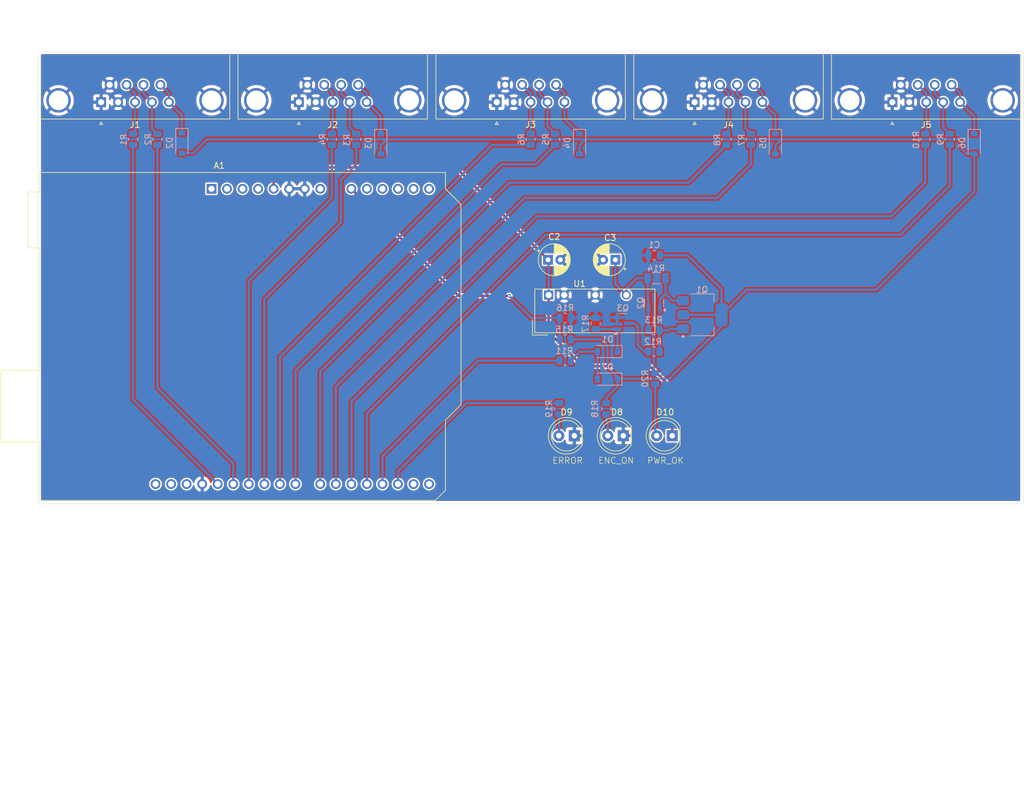
<source format=kicad_pcb>
(kicad_pcb (version 20240108) (generator "pcbnew") (generator_version "8.0")
  (layers (0 "F.Cu" signal) (31 "B.Cu" signal) (34 "B.Paste" user) (35 "F.Paste" user) (36 "B.SilkS" user "B.Silkscreen") (37 "F.SilkS" user "F.Silkscreen") (38 "B.Mask" user) (39 "F.Mask" user) (44 "Edge.Cuts" user))
  (net 0 "")
  (net 3 "/B2")
  (net 4 "GND")
  (net 5 "+5V")
  (net 6 "/B3")
  (net 10 "/B0")
  (net 13 "/A3")
  (net 17 "/A2")
  (net 18 "Net-(A1-D3)")
  (net 19 "/A4")
  (net 20 "/Error_LED")
  (net 21 "/A0")
  (net 25 "/B1")
  (net 26 "/A1")
  (net 28 "/B4")
  (net 29 "Net-(A1-A0)")
  (net 31 "/PWR")
  (net 32 "+9V")
  (net 33 "Net-(D1-K)")
  (net 34 "Net-(D1-A)")
  (net 35 "Net-(D2-K)")
  (net 36 "Net-(D3-K)")
  (net 37 "Net-(D4-K)")
  (net 38 "Net-(D5-K)")
  (net 39 "Net-(D6-K)")
  (net 40 "Net-(D8-A)")
  (net 41 "Net-(D9-A)")
  (net 42 "Net-(D10-A)")
  (net 43 "Net-(J1-Pad3)")
  (net 44 "Net-(J1-Pad4)")
  (net 45 "Net-(J2-Pad3)")
  (net 46 "Net-(J2-Pad4)")
  (net 47 "Net-(J3-Pad3)")
  (net 48 "Net-(J3-Pad4)")
  (net 49 "Net-(J4-Pad4)")
  (net 50 "Net-(J4-Pad3)")
  (net 51 "Net-(J5-Pad3)")
  (net 52 "Net-(J5-Pad4)")
  (net 53 "Net-(Q1-B)")
  (net 54 "Net-(Q1-E)")
  (net 55 "Net-(Q3-C)")
  (footprint "Connector_Dsub:DSUB-9_Female_Horizontal_P2.77x2.84mm_EdgePinOffset4.94mm_Housed_MountingHolesOffset7.48mm" (layer "F.Cu") (at 102.46 34.34 180)
    (property "Reference" "J3" (at -5.54 -3.66 0) (layer "F.SilkS"))
    (property "Value" "DE9_Receptacle_MountingHoles")
    (pad "0" thru_hole circle (at -18.04 0.3 180) (size 4 4) (drill 3.2) (layers "*.Cu" "*.Mask") (net 4 "GND"))
    (pad "0" thru_hole circle (at 6.96 0.3 180) (size 4 4) (drill 3.2) (layers "*.Cu" "*.Mask") (net 4 "GND"))
    (pad "1" thru_hole rect (at 0 0 180) (size 1.6 1.6) (drill 1) (layers "*.Cu" "*.Mask") (net 4 "GND"))
    (pad "2" thru_hole circle (at -2.77 0 180) (size 1.6 1.6) (drill 1) (layers "*.Cu" "*.Mask") (net 4 "GND"))
    (pad "3" thru_hole circle (at -5.54 0 180) (size 1.6 1.6) (drill 1) (layers "*.Cu" "*.Mask") (net 47 "Net-(J3-Pad3)"))
    (pad "4" thru_hole circle (at -8.31 0 180) (size 1.6 1.6) (drill 1) (layers "*.Cu" "*.Mask") (net 48 "Net-(J3-Pad4)"))
    (pad "5" thru_hole circle (at -11.08 0 180) (size 1.6 1.6) (drill 1) (layers "*.Cu" "*.Mask") (net 37 "Net-(D4-K)"))
    (pad "6" thru_hole circle (at -1.385 2.84 180) (size 1.6 1.6) (drill 1) (layers "*.Cu" "*.Mask") (net 4 "GND"))
    (pad "7" thru_hole circle (at -4.155 2.84 180) (size 1.6 1.6) (drill 1) (layers "*.Cu" "*.Mask") (net 47 "Net-(J3-Pad3)"))
    (pad "8" thru_hole circle (at -6.925 2.84 180) (size 1.6 1.6) (drill 1) (layers "*.Cu" "*.Mask") (net 48 "Net-(J3-Pad4)"))
    (pad "9" thru_hole circle (at -9.695 2.84 180) (size 1.6 1.6) (drill 1) (layers "*.Cu" "*.Mask") (net 37 "Net-(D4-K)"))
  )
  (footprint "Module:Arduino_UNO_R3" (layer "F.Cu") (at 55.84 48.5)
    (property "Reference" "A1" (at 1.27 -3.81 0) (layer "F.SilkS"))
    (property "Value" "Arduino_UNO_R3")
    (pad "1" thru_hole rect (at 0 0 90) (size 1.6 1.6) (drill 1) (layers "*.Cu" "*.Mask"))
    (pad "2" thru_hole oval (at 2.54 0 90) (size 1.6 1.6) (drill 1) (layers "*.Cu" "*.Mask"))
    (pad "3" thru_hole oval (at 5.08 0 90) (size 1.6 1.6) (drill 1) (layers "*.Cu" "*.Mask"))
    (pad "4" thru_hole oval (at 7.62 0 90) (size 1.6 1.6) (drill 1) (layers "*.Cu" "*.Mask"))
    (pad "5" thru_hole oval (at 10.16 0 90) (size 1.6 1.6) (drill 1) (layers "*.Cu" "*.Mask") (net 5 "+5V"))
    (pad "6" thru_hole oval (at 12.7 0 90) (size 1.6 1.6) (drill 1) (layers "*.Cu" "*.Mask") (net 4 "GND"))
    (pad "7" thru_hole oval (at 15.24 0 90) (size 1.6 1.6) (drill 1) (layers "*.Cu" "*.Mask") (net 4 "GND"))
    (pad "8" thru_hole oval (at 17.78 0 90) (size 1.6 1.6) (drill 1) (layers "*.Cu" "*.Mask"))
    (pad "9" thru_hole oval (at 22.86 0 90) (size 1.6 1.6) (drill 1) (layers "*.Cu" "*.Mask") (net 29 "Net-(A1-A0)"))
    (pad "10" thru_hole oval (at 25.4 0 90) (size 1.6 1.6) (drill 1) (layers "*.Cu" "*.Mask"))
    (pad "11" thru_hole oval (at 27.94 0 90) (size 1.6 1.6) (drill 1) (layers "*.Cu" "*.Mask"))
    (pad "12" thru_hole oval (at 30.48 0 90) (size 1.6 1.6) (drill 1) (layers "*.Cu" "*.Mask"))
    (pad "13" thru_hole oval (at 33.02 0 90) (size 1.6 1.6) (drill 1) (layers "*.Cu" "*.Mask"))
    (pad "14" thru_hole oval (at 35.56 0 90) (size 1.6 1.6) (drill 1) (layers "*.Cu" "*.Mask"))
    (pad "15" thru_hole oval (at 35.56 48.26 90) (size 1.6 1.6) (drill 1) (layers "*.Cu" "*.Mask"))
    (pad "16" thru_hole oval (at 33.02 48.26 90) (size 1.6 1.6) (drill 1) (layers "*.Cu" "*.Mask"))
    (pad "17" thru_hole oval (at 30.48 48.26 90) (size 1.6 1.6) (drill 1) (layers "*.Cu" "*.Mask") (net 20 "/Error_LED"))
    (pad "18" thru_hole oval (at 27.94 48.26 90) (size 1.6 1.6) (drill 1) (layers "*.Cu" "*.Mask") (net 18 "Net-(A1-D3)"))
    (pad "19" thru_hole oval (at 25.4 48.26 90) (size 1.6 1.6) (drill 1) (layers "*.Cu" "*.Mask") (net 19 "/A4"))
    (pad "20" thru_hole oval (at 22.86 48.26 90) (size 1.6 1.6) (drill 1) (layers "*.Cu" "*.Mask") (net 28 "/B4"))
    (pad "21" thru_hole oval (at 20.32 48.26 90) (size 1.6 1.6) (drill 1) (layers "*.Cu" "*.Mask") (net 13 "/A3"))
    (pad "22" thru_hole oval (at 17.78 48.26 90) (size 1.6 1.6) (drill 1) (layers "*.Cu" "*.Mask") (net 6 "/B3"))
    (pad "23" thru_hole oval (at 13.72 48.26 90) (size 1.6 1.6) (drill 1) (layers "*.Cu" "*.Mask") (net 17 "/A2"))
    (pad "24" thru_hole oval (at 11.18 48.26 90) (size 1.6 1.6) (drill 1) (layers "*.Cu" "*.Mask") (net 3 "/B2"))
    (pad "25" thru_hole oval (at 8.64 48.26 90) (size 1.6 1.6) (drill 1) (layers "*.Cu" "*.Mask") (net 26 "/A1"))
    (pad "26" thru_hole oval (at 6.1 48.26 90) (size 1.6 1.6) (drill 1) (layers "*.Cu" "*.Mask") (net 25 "/B1"))
    (pad "27" thru_hole oval (at 3.56 48.26 90) (size 1.6 1.6) (drill 1) (layers "*.Cu" "*.Mask") (net 21 "/A0"))
    (pad "28" thru_hole oval (at 1.02 48.26 90) (size 1.6 1.6) (drill 1) (layers "*.Cu" "*.Mask") (net 10 "/B0"))
    (pad "29" thru_hole oval (at -1.52 48.26 90) (size 1.6 1.6) (drill 1) (layers "*.Cu" "*.Mask") (net 4 "GND"))
    (pad "30" thru_hole oval (at -4.06 48.26 90) (size 1.6 1.6) (drill 1) (layers "*.Cu" "*.Mask"))
    (pad "31" thru_hole oval (at -6.6 48.26 90) (size 1.6 1.6) (drill 1) (layers "*.Cu" "*.Mask"))
    (pad "32" thru_hole oval (at -9.14 48.26 90) (size 1.6 1.6) (drill 1) (layers "*.Cu" "*.Mask"))
  )
  (footprint "Capacitor_THT:CP_Radial_D5.0mm_P2.00mm" (layer "F.Cu") (at 121.85625 60.09875 180)
    (property "Reference" "C3" (at 0.85625 3.59875 360) (layer "F.SilkS"))
    (property "Value" "22 uF")
    (pad "1" thru_hole rect (at 0 0 180) (size 1.6 1.6) (drill 0.8) (layers "*.Cu" "*.Mask") (net 32 "+9V"))
    (pad "2" thru_hole circle (at 2 0 180) (size 1.6 1.6) (drill 0.8) (layers "*.Cu" "*.Mask") (net 4 "GND"))
  )
  (footprint "Connector_Dsub:DSUB-9_Female_Horizontal_P2.77x2.84mm_EdgePinOffset4.94mm_Housed_MountingHolesOffset7.48mm" (layer "F.Cu") (at 37.805 34.34 180)
    (property "Reference" "J1" (at -5.54 -3.7 0) (layer "F.SilkS"))
    (property "Value" "DE9_Receptacle_MountingHoles")
    (pad "0" thru_hole circle (at -18.04 0.3 180) (size 4 4) (drill 3.2) (layers "*.Cu" "*.Mask") (net 4 "GND"))
    (pad "0" thru_hole circle (at 6.96 0.3 180) (size 4 4) (drill 3.2) (layers "*.Cu" "*.Mask") (net 4 "GND"))
    (pad "1" thru_hole rect (at 0 0 180) (size 1.6 1.6) (drill 1) (layers "*.Cu" "*.Mask") (net 4 "GND"))
    (pad "2" thru_hole circle (at -2.77 0 180) (size 1.6 1.6) (drill 1) (layers "*.Cu" "*.Mask") (net 4 "GND"))
    (pad "3" thru_hole circle (at -5.54 0 180) (size 1.6 1.6) (drill 1) (layers "*.Cu" "*.Mask") (net 43 "Net-(J1-Pad3)"))
    (pad "4" thru_hole circle (at -8.31 0 180) (size 1.6 1.6) (drill 1) (layers "*.Cu" "*.Mask") (net 44 "Net-(J1-Pad4)"))
    (pad "5" thru_hole circle (at -11.08 0 180) (size 1.6 1.6) (drill 1) (layers "*.Cu" "*.Mask") (net 35 "Net-(D2-K)"))
    (pad "6" thru_hole circle (at -1.385 2.84 180) (size 1.6 1.6) (drill 1) (layers "*.Cu" "*.Mask") (net 4 "GND"))
    (pad "7" thru_hole circle (at -4.155 2.84 180) (size 1.6 1.6) (drill 1) (layers "*.Cu" "*.Mask") (net 43 "Net-(J1-Pad3)"))
    (pad "8" thru_hole circle (at -6.925 2.84 180) (size 1.6 1.6) (drill 1) (layers "*.Cu" "*.Mask") (net 44 "Net-(J1-Pad4)"))
    (pad "9" thru_hole circle (at -9.695 2.84 180) (size 1.6 1.6) (drill 1) (layers "*.Cu" "*.Mask") (net 35 "Net-(D2-K)"))
  )
  (footprint "Capacitor_THT:CP_Radial_D5.0mm_P2.00mm" (layer "F.Cu") (at 110.85625 60.09875)
    (property "Reference" "C2" (at 1 -3.75 360) (layer "F.SilkS"))
    (property "Value" "22 uF")
    (pad "1" thru_hole rect (at 0 0) (size 1.6 1.6) (drill 0.8) (layers "*.Cu" "*.Mask") (net 5 "+5V"))
    (pad "2" thru_hole circle (at 2 0) (size 1.6 1.6) (drill 0.8) (layers "*.Cu" "*.Mask") (net 4 "GND"))
  )
  (footprint "LED_THT:LED_D5.0mm" (layer "F.Cu") (at 123.14375 88.85625 180)
    (property "Reference" "D8" (at 1.04 3.85625 0) (layer "F.SilkS"))
    (property "Value" "LED")
    (pad "1" thru_hole rect (at 0 0 180) (size 1.8 1.8) (drill 0.9) (layers "*.Cu" "*.Mask") (net 4 "GND"))
    (pad "2" thru_hole circle (at 2.54 0 180) (size 1.8 1.8) (drill 0.9) (layers "*.Cu" "*.Mask") (net 40 "Net-(D8-A)"))
  )
  (footprint "Connector_Dsub:DSUB-9_Female_Horizontal_P2.77x2.84mm_EdgePinOffset4.94mm_Housed_MountingHolesOffset7.48mm" (layer "F.Cu") (at 167.115 34.34 180)
    (property "Reference" "J5" (at -5.54 -3.7 0) (layer "F.SilkS"))
    (property "Value" "DE9_Receptacle_MountingHoles")
    (pad "0" thru_hole circle (at -18.04 0.3 180) (size 4 4) (drill 3.2) (layers "*.Cu" "*.Mask") (net 4 "GND"))
    (pad "0" thru_hole circle (at 6.96 0.3 180) (size 4 4) (drill 3.2) (layers "*.Cu" "*.Mask") (net 4 "GND"))
    (pad "1" thru_hole rect (at 0 0 180) (size 1.6 1.6) (drill 1) (layers "*.Cu" "*.Mask") (net 4 "GND"))
    (pad "2" thru_hole circle (at -2.77 0 180) (size 1.6 1.6) (drill 1) (layers "*.Cu" "*.Mask") (net 4 "GND"))
    (pad "3" thru_hole circle (at -5.54 0 180) (size 1.6 1.6) (drill 1) (layers "*.Cu" "*.Mask") (net 51 "Net-(J5-Pad3)"))
    (pad "4" thru_hole circle (at -8.31 0 180) (size 1.6 1.6) (drill 1) (layers "*.Cu" "*.Mask") (net 52 "Net-(J5-Pad4)"))
    (pad "5" thru_hole circle (at -11.08 0 180) (size 1.6 1.6) (drill 1) (layers "*.Cu" "*.Mask") (net 39 "Net-(D6-K)"))
    (pad "6" thru_hole circle (at -1.385 2.84 180) (size 1.6 1.6) (drill 1) (layers "*.Cu" "*.Mask") (net 4 "GND"))
    (pad "7" thru_hole circle (at -4.155 2.84 180) (size 1.6 1.6) (drill 1) (layers "*.Cu" "*.Mask") (net 51 "Net-(J5-Pad3)"))
    (pad "8" thru_hole circle (at -6.925 2.84 180) (size 1.6 1.6) (drill 1) (layers "*.Cu" "*.Mask") (net 52 "Net-(J5-Pad4)"))
    (pad "9" thru_hole circle (at -9.695 2.84 180) (size 1.6 1.6) (drill 1) (layers "*.Cu" "*.Mask") (net 39 "Net-(D6-K)"))
  )
  (footprint "LED_THT:LED_D5.0mm" (layer "F.Cu") (at 115.14375 88.85625 180)
    (property "Reference" "D9" (at 1.27 3.85625 0) (layer "F.SilkS"))
    (property "Value" "LED")
    (pad "1" thru_hole rect (at 0 0 180) (size 1.8 1.8) (drill 0.9) (layers "*.Cu" "*.Mask") (net 4 "GND"))
    (pad "2" thru_hole circle (at 2.54 0 180) (size 1.8 1.8) (drill 0.9) (layers "*.Cu" "*.Mask") (net 41 "Net-(D9-A)"))
  )
  (footprint "Converter_DCDC_2:Converter_DCDC_Aimtec_AM2DS-xxxxSJZ_Single_THT" (layer "F.Cu") (at 110.94375 65.85625 90)
    (property "Reference" "U1" (at 1.85625 5.05625 0) (layer "F.SilkS"))
    (property "Value" "AM2DS-0509SJZ")
    (pad "1" thru_hole rect (at 0 0 90) (size 1.5 1.5) (drill 1) (layers "*.Cu" "*.Mask") (net 5 "+5V"))
    (pad "2" thru_hole circle (at 0 2.54 90) (size 1.5 1.5) (drill 1) (layers "*.Cu" "*.Mask") (net 4 "GND"))
    (pad "4" thru_hole circle (at 0 7.62 90) (size 1.5 1.5) (drill 1) (layers "*.Cu" "*.Mask") (net 4 "GND"))
    (pad "6" thru_hole circle (at 0 12.7 90) (size 1.5 1.5) (drill 1) (layers "*.Cu" "*.Mask") (net 32 "+9V"))
  )
  (footprint "LED_THT:LED_D5.0mm" (layer "F.Cu") (at 131.14375 88.85625 180)
    (property "Reference" "D10" (at 1.14375 3.85625 0) (layer "F.SilkS"))
    (property "Value" "LED")
    (pad "1" thru_hole rect (at 0 0 180) (size 1.8 1.8) (drill 0.9) (layers "*.Cu" "*.Mask") (net 5 "+5V"))
    (pad "2" thru_hole circle (at 2.54 0 180) (size 1.8 1.8) (drill 0.9) (layers "*.Cu" "*.Mask") (net 42 "Net-(D10-A)"))
  )
  (footprint "Connector_Dsub:DSUB-9_Female_Horizontal_P2.77x2.84mm_EdgePinOffset4.94mm_Housed_MountingHolesOffset7.48mm" (layer "F.Cu") (at 70.115 34.34 180)
    (property "Reference" "J2" (at -5.54 -3.7 0) (layer "F.SilkS"))
    (property "Value" "DE9_Receptacle_MountingHoles")
    (pad "0" thru_hole circle (at -18.04 0.3 180) (size 4 4) (drill 3.2) (layers "*.Cu" "*.Mask") (net 4 "GND"))
    (pad "0" thru_hole circle (at 6.96 0.3 180) (size 4 4) (drill 3.2) (layers "*.Cu" "*.Mask") (net 4 "GND"))
    (pad "1" thru_hole rect (at 0 0 180) (size 1.6 1.6) (drill 1) (layers "*.Cu" "*.Mask") (net 4 "GND"))
    (pad "2" thru_hole circle (at -2.77 0 180) (size 1.6 1.6) (drill 1) (layers "*.Cu" "*.Mask") (net 4 "GND"))
    (pad "3" thru_hole circle (at -5.54 0 180) (size 1.6 1.6) (drill 1) (layers "*.Cu" "*.Mask") (net 45 "Net-(J2-Pad3)"))
    (pad "4" thru_hole circle (at -8.31 0 180) (size 1.6 1.6) (drill 1) (layers "*.Cu" "*.Mask") (net 46 "Net-(J2-Pad4)"))
    (pad "5" thru_hole circle (at -11.08 0 180) (size 1.6 1.6) (drill 1) (layers "*.Cu" "*.Mask") (net 36 "Net-(D3-K)"))
    (pad "6" thru_hole circle (at -1.385 2.84 180) (size 1.6 1.6) (drill 1) (layers "*.Cu" "*.Mask") (net 4 "GND"))
    (pad "7" thru_hole circle (at -4.155 2.84 180) (size 1.6 1.6) (drill 1) (layers "*.Cu" "*.Mask") (net 45 "Net-(J2-Pad3)"))
    (pad "8" thru_hole circle (at -6.925 2.84 180) (size 1.6 1.6) (drill 1) (layers "*.Cu" "*.Mask") (net 46 "Net-(J2-Pad4)"))
    (pad "9" thru_hole circle (at -9.695 2.84 180) (size 1.6 1.6) (drill 1) (layers "*.Cu" "*.Mask") (net 36 "Net-(D3-K)"))
  )
  (footprint "Connector_Dsub:DSUB-9_Female_Horizontal_P2.77x2.84mm_EdgePinOffset4.94mm_Housed_MountingHolesOffset7.48mm" (layer "F.Cu") (at 134.805 34.34 180)
    (property "Reference" "J4" (at -5.54 -3.7 0) (layer "F.SilkS"))
    (property "Value" "DE9_Receptacle_MountingHoles")
    (pad "0" thru_hole circle (at -18.04 0.3 180) (size 4 4) (drill 3.2) (layers "*.Cu" "*.Mask") (net 4 "GND"))
    (pad "0" thru_hole circle (at 6.96 0.3 180) (size 4 4) (drill 3.2) (layers "*.Cu" "*.Mask") (net 4 "GND"))
    (pad "1" thru_hole rect (at 0 0 180) (size 1.6 1.6) (drill 1) (layers "*.Cu" "*.Mask") (net 4 "GND"))
    (pad "2" thru_hole circle (at -2.77 0 180) (size 1.6 1.6) (drill 1) (layers "*.Cu" "*.Mask") (net 4 "GND"))
    (pad "3" thru_hole circle (at -5.54 0 180) (size 1.6 1.6) (drill 1) (layers "*.Cu" "*.Mask") (net 50 "Net-(J4-Pad3)"))
    (pad "4" thru_hole circle (at -8.31 0 180) (size 1.6 1.6) (drill 1) (layers "*.Cu" "*.Mask") (net 49 "Net-(J4-Pad4)"))
    (pad "5" thru_hole circle (at -11.08 0 180) (size 1.6 1.6) (drill 1) (layers "*.Cu" "*.Mask") (net 38 "Net-(D5-K)"))
    (pad "6" thru_hole circle (at -1.385 2.84 180) (size 1.6 1.6) (drill 1) (layers "*.Cu" "*.Mask") (net 4 "GND"))
    (pad "7" thru_hole circle (at -4.155 2.84 180) (size 1.6 1.6) (drill 1) (layers "*.Cu" "*.Mask") (net 50 "Net-(J4-Pad3)"))
    (pad "8" thru_hole circle (at -6.925 2.84 180) (size 1.6 1.6) (drill 1) (layers "*.Cu" "*.Mask") (net 49 "Net-(J4-Pad4)"))
    (pad "9" thru_hole circle (at -9.695 2.84 180) (size 1.6 1.6) (drill 1) (layers "*.Cu" "*.Mask") (net 38 "Net-(D5-K)"))
  )
  (footprint "Resistor_SMD:R_0805_2012Metric" (layer "B.Cu") (at 140 40.4125 90)
    (property "Reference" "R8" (at -0.0875 -1.5 90) (layer "B.SilkS") (effects (justify mirror)))
    (property "Value" "10k")
    (pad "1" smd roundrect (at -0.9125 0 90) (size 1.025 1.4) (layers "B.Cu" "B.Paste" "B.Mask") (roundrect_rratio 0.243902) (net 6 "/B3"))
    (pad "2" smd roundrect (at 0.9125 0 90) (size 1.025 1.4) (layers "B.Cu" "B.Paste" "B.Mask") (roundrect_rratio 0.243902) (net 50 "Net-(J4-Pad3)"))
  )
  (footprint "Package_TO_SOT_SMD:SOT-223-3_TabPin2" (layer "B.Cu") (at 136.05625 69.09875)
    (property "Reference" "Q1" (at -0.05625 -4.09875 0) (layer "B.SilkS") (effects (justify mirror)))
    (property "Value" "BDP948")
    (pad "1" smd roundrect (at -3.15 2.3) (size 2 1.5) (layers "B.Cu" "B.Paste" "B.Mask") (net 53 "Net-(Q1-B)"))
    (pad "2" smd roundrect (at -3.15 0) (size 2 1.5) (layers "B.Cu" "B.Paste" "B.Mask") (net 31 "/PWR"))
    (pad "2" smd roundrect (at 3.15 0) (size 2 3.8) (layers "B.Cu" "B.Paste" "B.Mask") (net 31 "/PWR"))
    (pad "3" smd roundrect (at -3.15 -2.3) (size 2 1.5) (layers "B.Cu" "B.Paste" "B.Mask") (net 54 "Net-(Q1-E)"))
  )
  (footprint "Diode_SMD:D_SOD-123" (layer "B.Cu") (at 51 41 -90)
    (property "Reference" "D2" (at 0 2 90) (layer "B.SilkS") (effects (justify mirror)))
    (property "Value" "1N4148W")
    (pad "1" smd roundrect (at -1.65 0 270) (size 0.9 1.2) (layers "B.Cu" "B.Paste" "B.Mask") (net 35 "Net-(D2-K)"))
    (pad "2" smd roundrect (at 1.65 0 270) (size 0.9 1.2) (layers "B.Cu" "B.Paste" "B.Mask") (net 31 "/PWR"))
  )
  (footprint "Diode_SMD:D_SOD-123" (layer "B.Cu") (at 120.55625 79.59875 180)
    (property "Reference" "D7" (at 0 2 360) (layer "B.SilkS") (effects (justify mirror)))
    (property "Value" "1N4148W")
    (pad "1" smd roundrect (at -1.65 0 180) (size 0.9 1.2) (layers "B.Cu" "B.Paste" "B.Mask") (net 31 "/PWR"))
    (pad "2" smd roundrect (at 1.65 0 180) (size 0.9 1.2) (layers "B.Cu" "B.Paste" "B.Mask") (net 34 "Net-(D1-A)"))
  )
  (footprint "Resistor_SMD:R_0805_2012Metric" (layer "B.Cu") (at 118.63125 70.51125 -90)
    (property "Reference" "R17" (at 0 1.65 90) (layer "B.SilkS") (effects (justify mirror)))
    (property "Value" "10k")
    (pad "1" smd roundrect (at -0.9125 0 270) (size 1.025 1.4) (layers "B.Cu" "B.Paste" "B.Mask") (roundrect_rratio 0.243902) (net 4 "GND"))
    (pad "2" smd roundrect (at 0.9125 0 270) (size 1.025 1.4) (layers "B.Cu" "B.Paste" "B.Mask") (roundrect_rratio 0.243902) (net 33 "Net-(D1-K)"))
  )
  (footprint "Resistor_SMD:R_0805_2012Metric" (layer "B.Cu") (at 128.14375 71.59875 180)
    (property "Reference" "R13" (at 0 1.65 360) (layer "B.SilkS") (effects (justify mirror)))
    (property "Value" "10k")
    (pad "1" smd roundrect (at -0.9125 0 180) (size 1.025 1.4) (layers "B.Cu" "B.Paste" "B.Mask") (roundrect_rratio 0.243902) (net 53 "Net-(Q1-B)"))
    (pad "2" smd roundrect (at 0.9125 0 180) (size 1.025 1.4) (layers "B.Cu" "B.Paste" "B.Mask") (roundrect_rratio 0.243902) (net 32 "+9V"))
  )
  (footprint "Capacitor_SMD:C_0805_2012Metric" (layer "B.Cu") (at 128.19375 59.35625 180)
    (property "Reference" "C1" (at 0 1.68 360) (layer "B.SilkS") (effects (justify mirror)))
    (property "Value" "100 nF")
    (pad "1" smd roundrect (at -0.95 0 180) (size 1 1.45) (layers "B.Cu" "B.Paste" "B.Mask") (net 31 "/PWR"))
    (pad "2" smd roundrect (at 0.95 0 180) (size 1 1.45) (layers "B.Cu" "B.Paste" "B.Mask") (net 4 "GND"))
  )
  (footprint "Resistor_SMD:R_0805_2012Metric" (layer "B.Cu") (at 108 40.4125 90)
    (property "Reference" "R6" (at 0 -1.5 90) (layer "B.SilkS") (effects (justify mirror)))
    (property "Value" "10k")
    (pad "1" smd roundrect (at -0.9125 0 90) (size 1.025 1.4) (layers "B.Cu" "B.Paste" "B.Mask") (roundrect_rratio 0.243902) (net 3 "/B2"))
    (pad "2" smd roundrect (at 0.9125 0 90) (size 1.025 1.4) (layers "B.Cu" "B.Paste" "B.Mask") (roundrect_rratio 0.243902) (net 47 "Net-(J3-Pad3)"))
  )
  (footprint "Diode_SMD:D_SOD-123" (layer "B.Cu") (at 83.5 41.15 -90)
    (property "Reference" "D3" (at -0.15 2 90) (layer "B.SilkS") (effects (justify mirror)))
    (property "Value" "1N4148W")
    (pad "1" smd roundrect (at -1.65 0 270) (size 0.9 1.2) (layers "B.Cu" "B.Paste" "B.Mask") (net 36 "Net-(D3-K)"))
    (pad "2" smd roundrect (at 1.65 0 270) (size 0.9 1.2) (layers "B.Cu" "B.Paste" "B.Mask") (net 31 "/PWR"))
  )
  (footprint "Resistor_SMD:R_0805_2012Metric" (layer "B.Cu") (at 112 40.4125 90)
    (property "Reference" "R5" (at 0 -1.5 90) (layer "B.SilkS") (effects (justify mirror)))
    (property "Value" "10k")
    (pad "1" smd roundrect (at -0.9125 0 90) (size 1.025 1.4) (layers "B.Cu" "B.Paste" "B.Mask") (roundrect_rratio 0.243902) (net 17 "/A2"))
    (pad "2" smd roundrect (at 0.9125 0 90) (size 1.025 1.4) (layers "B.Cu" "B.Paste" "B.Mask") (roundrect_rratio 0.243902) (net 48 "Net-(J3-Pad4)"))
  )
  (footprint "Diode_SMD:D_SOD-123" (layer "B.Cu") (at 148 41.15 -90)
    (property "Reference" "D5" (at -0.15 2 90) (layer "B.SilkS") (effects (justify mirror)))
    (property "Value" "1N4148W")
    (pad "1" smd roundrect (at -1.65 0 270) (size 0.9 1.2) (layers "B.Cu" "B.Paste" "B.Mask") (net 38 "Net-(D5-K)"))
    (pad "2" smd roundrect (at 1.65 0 270) (size 0.9 1.2) (layers "B.Cu" "B.Paste" "B.Mask") (net 31 "/PWR"))
  )
  (footprint "Diode_SMD:D_SOD-123" (layer "B.Cu") (at 180.5 41.15 -90)
    (property "Reference" "D6" (at -0.15 2 90) (layer "B.SilkS") (effects (justify mirror)))
    (property "Value" "1N4148W")
    (pad "1" smd roundrect (at -1.65 0 270) (size 0.9 1.2) (layers "B.Cu" "B.Paste" "B.Mask") (net 39 "Net-(D6-K)"))
    (pad "2" smd roundrect (at 1.65 0 270) (size 0.9 1.2) (layers "B.Cu" "B.Paste" "B.Mask") (net 31 "/PWR"))
  )
  (footprint "Resistor_SMD:R_0805_2012Metric" (layer "B.Cu") (at 144 40.4125 90)
    (property "Reference" "R7" (at -0.0875 -1.5 90) (layer "B.SilkS") (effects (justify mirror)))
    (property "Value" "10k")
    (pad "1" smd roundrect (at -0.9125 0 90) (size 1.025 1.4) (layers "B.Cu" "B.Paste" "B.Mask") (roundrect_rratio 0.243902) (net 13 "/A3"))
    (pad "2" smd roundrect (at 0.9125 0 90) (size 1.025 1.4) (layers "B.Cu" "B.Paste" "B.Mask") (roundrect_rratio 0.243902) (net 49 "Net-(J4-Pad4)"))
  )
  (footprint "Resistor_SMD:R_0805_2012Metric" (layer "B.Cu") (at 113.64375 76.59875 180)
    (property "Reference" "R11" (at 0.14375 1.59875 360) (layer "B.SilkS") (effects (justify mirror)))
    (property "Value" "10k")
    (pad "1" smd roundrect (at -0.9125 0 180) (size 1.025 1.4) (layers "B.Cu" "B.Paste" "B.Mask") (roundrect_rratio 0.243902) (net 34 "Net-(D1-A)"))
    (pad "2" smd roundrect (at 0.9125 0 180) (size 1.025 1.4) (layers "B.Cu" "B.Paste" "B.Mask") (roundrect_rratio 0.243902) (net 18 "Net-(A1-D3)"))
  )
  (footprint "Package_TO_SOT_SMD:SOT-23" (layer "B.Cu") (at 123.06875 70.47375)
    (property "Reference" "Q3" (at 0 -2.47375 0) (layer "B.SilkS") (effects (justify mirror)))
    (property "Value" "BC847")
    (pad "1" smd roundrect (at -0.9375 0.95) (size 1.475 0.6) (layers "B.Cu" "B.Paste" "B.Mask") (net 33 "Net-(D1-K)"))
    (pad "2" smd roundrect (at -0.9375 -0.95) (size 1.475 0.6) (layers "B.Cu" "B.Paste" "B.Mask") (net 4 "GND"))
    (pad "3" smd roundrect (at 0.9375 0) (size 1.475 0.6) (layers "B.Cu" "B.Paste" "B.Mask") (net 55 "Net-(Q3-C)"))
  )
  (footprint "Resistor_SMD:R_0805_2012Metric" (layer "B.Cu") (at 75.5 40.4125 90)
    (property "Reference" "R4" (at 0 -1.5 90) (layer "B.SilkS") (effects (justify mirror)))
    (property "Value" "10k")
    (pad "1" smd roundrect (at -0.9125 0 90) (size 1.025 1.4) (layers "B.Cu" "B.Paste" "B.Mask") (roundrect_rratio 0.243902) (net 25 "/B1"))
    (pad "2" smd roundrect (at 0.9125 0 90) (size 1.025 1.4) (layers "B.Cu" "B.Paste" "B.Mask") (roundrect_rratio 0.243902) (net 45 "Net-(J2-Pad3)"))
  )
  (footprint "Resistor_SMD:R_0805_2012Metric" (layer "B.Cu") (at 113.64375 73.09875)
    (property "Reference" "R15" (at -0.14375 -1.59875 360) (layer "B.SilkS") (effects (justify mirror)))
    (property "Value" "10k")
    (pad "1" smd roundrect (at -0.9125 0) (size 1.025 1.4) (layers "B.Cu" "B.Paste" "B.Mask") (roundrect_rratio 0.243902) (net 29 "Net-(A1-A0)"))
    (pad "2" smd roundrect (at 0.9125 0) (size 1.025 1.4) (layers "B.Cu" "B.Paste" "B.Mask") (roundrect_rratio 0.243902) (net 31 "/PWR"))
  )
  (footprint "Resistor_SMD:R_0805_2012Metric" (layer "B.Cu") (at 128.35625 79.51125 -90)
    (property "Reference" "R20" (at 0 1.65 90) (layer "B.SilkS") (effects (justify mirror)))
    (property "Value" "1k")
    (pad "1" smd roundrect (at -0.9125 0 270) (size 1.025 1.4) (layers "B.Cu" "B.Paste" "B.Mask") (roundrect_rratio 0.243902) (net 32 "+9V"))
    (pad "2" smd roundrect (at 0.9125 0 270) (size 1.025 1.4) (layers "B.Cu" "B.Paste" "B.Mask") (roundrect_rratio 0.243902) (net 42 "Net-(D10-A)"))
  )
  (footprint "Resistor_SMD:R_0805_2012Metric" (layer "B.Cu") (at 79.5 40.4125 90)
    (property "Reference" "R3" (at -0.0875 -1.5 90) (layer "B.SilkS") (effects (justify mirror)))
    (property "Value" "10k")
    (pad "1" smd roundrect (at -0.9125 0 90) (size 1.025 1.4) (layers "B.Cu" "B.Paste" "B.Mask") (roundrect_rratio 0.243902) (net 26 "/A1"))
    (pad "2" smd roundrect (at 0.9125 0 90) (size 1.025 1.4) (layers "B.Cu" "B.Paste" "B.Mask") (roundrect_rratio 0.243902) (net 46 "Net-(J2-Pad4)"))
  )
  (footprint "Resistor_SMD:R_0805_2012Metric" (layer "B.Cu") (at 113.64375 69.59875 180)
    (property "Reference" "R16" (at 0 1.65 360) (layer "B.SilkS") (effects (justify mirror)))
    (property "Value" "1k")
    (pad "1" smd roundrect (at -0.9125 0 180) (size 1.025 1.4) (layers "B.Cu" "B.Paste" "B.Mask") (roundrect_rratio 0.243902) (net 4 "GND"))
    (pad "2" smd roundrect (at 0.9125 0 180) (size 1.025 1.4) (layers "B.Cu" "B.Paste" "B.Mask") (roundrect_rratio 0.243902) (net 29 "Net-(A1-A0)"))
  )
  (footprint "Resistor_SMD:R_0805_2012Metric" (layer "B.Cu") (at 47 40.4125 90)
    (property "Reference" "R2" (at 0 -1.5 90) (layer "B.SilkS") (effects (justify mirror)))
    (property "Value" "10k")
    (pad "1" smd roundrect (at -0.9125 0 90) (size 1.025 1.4) (layers "B.Cu" "B.Paste" "B.Mask") (roundrect_rratio 0.243902) (net 21 "/A0"))
    (pad "2" smd roundrect (at 0.9125 0 90) (size 1.025 1.4) (layers "B.Cu" "B.Paste" "B.Mask") (roundrect_rratio 0.243902) (net 44 "Net-(J1-Pad4)"))
  )
  (footprint "Diode_SMD:D_SOD-123" (layer "B.Cu") (at 120.55625 75.09875 180)
    (property "Reference" "D1" (at 0 2 360) (layer "B.SilkS") (effects (justify mirror)))
    (property "Value" "1N4148W")
    (pad "1" smd roundrect (at -1.65 0 180) (size 0.9 1.2) (layers "B.Cu" "B.Paste" "B.Mask") (net 33 "Net-(D1-K)"))
    (pad "2" smd roundrect (at 1.65 0 180) (size 0.9 1.2) (layers "B.Cu" "B.Paste" "B.Mask") (net 34 "Net-(D1-A)"))
  )
  (footprint "Resistor_SMD:R_0805_2012Metric" (layer "B.Cu") (at 128.14375 75.09875)
    (property "Reference" "R12" (at -0.14375 -1.59875 0) (layer "B.SilkS") (effects (justify mirror)))
    (property "Value" "1k")
    (pad "1" smd roundrect (at -0.9125 0) (size 1.025 1.4) (layers "B.Cu" "B.Paste" "B.Mask") (roundrect_rratio 0.243902) (net 55 "Net-(Q3-C)"))
    (pad "2" smd roundrect (at 0.9125 0) (size 1.025 1.4) (layers "B.Cu" "B.Paste" "B.Mask") (roundrect_rratio 0.243902) (net 53 "Net-(Q1-B)"))
  )
  (footprint "Resistor_SMD:R_1206_3216Metric" (layer "B.Cu") (at 128.59375 63.09875)
    (property "Reference" "R14" (at -0.09375 -1.59875 -360) (layer "B.SilkS") (effects (justify mirror)))
    (property "Value" "2.2")
    (pad "1" smd roundrect (at -1.4625 0) (size 1.125 1.75) (layers "B.Cu" "B.Paste" "B.Mask") (roundrect_rratio 0.222222) (net 32 "+9V"))
    (pad "2" smd roundrect (at 1.4625 0) (size 1.125 1.75) (layers "B.Cu" "B.Paste" "B.Mask") (roundrect_rratio 0.222222) (net 54 "Net-(Q1-E)"))
  )
  (footprint "Package_TO_SOT_SMD:SOT-23" (layer "B.Cu") (at 128.18125 67.16125 90)
    (property "Reference" "Q2" (at 0 -2.18125 90) (layer "B.SilkS") (effects (justify mirror)))
    (property "Value" "BC856")
    (pad "1" smd roundrect (at -0.9375 0.95 90) (size 1.475 0.6) (layers "B.Cu" "B.Paste" "B.Mask") (net 54 "Net-(Q1-E)"))
    (pad "2" smd roundrect (at -0.9375 -0.95 90) (size 1.475 0.6) (layers "B.Cu" "B.Paste" "B.Mask") (net 32 "+9V"))
    (pad "3" smd roundrect (at 0.9375 0 90) (size 1.475 0.6) (layers "B.Cu" "B.Paste" "B.Mask") (net 53 "Net-(Q1-B)"))
  )
  (footprint "Resistor_SMD:R_0805_2012Metric" (layer "B.Cu") (at 172.5 40.4125 90)
    (property "Reference" "R10" (at -0.0875 -1.5 90) (layer "B.SilkS") (effects (justify mirror)))
    (property "Value" "10k")
    (pad "1" smd roundrect (at -0.9125 0 90) (size 1.025 1.4) (layers "B.Cu" "B.Paste" "B.Mask") (roundrect_rratio 0.243902) (net 28 "/B4"))
    (pad "2" smd roundrect (at 0.9125 0 90) (size 1.025 1.4) (layers "B.Cu" "B.Paste" "B.Mask") (roundrect_rratio 0.243902) (net 51 "Net-(J5-Pad3)"))
  )
  (footprint "Resistor_SMD:R_0805_2012Metric" (layer "B.Cu") (at 120.37875 84.44375 90)
    (property "Reference" "R18" (at 0 -1.87875 90) (layer "B.SilkS") (effects (justify mirror)))
    (property "Value" "10k")
    (pad "1" smd roundrect (at -0.9125 0 90) (size 1.025 1.4) (layers "B.Cu" "B.Paste" "B.Mask") (roundrect_rratio 0.243902) (net 40 "Net-(D8-A)"))
    (pad "2" smd roundrect (at 0.9125 0 90) (size 1.025 1.4) (layers "B.Cu" "B.Paste" "B.Mask") (roundrect_rratio 0.243902) (net 31 "/PWR"))
  )
  (footprint "Resistor_SMD:R_0805_2012Metric" (layer "B.Cu") (at 43 40.4125 90)
    (property "Reference" "R1" (at -0.0875 -1.5 90) (layer "B.SilkS") (effects (justify mirror)))
    (property "Value" "10k")
    (pad "1" smd roundrect (at -0.9125 0 90) (size 1.025 1.4) (layers "B.Cu" "B.Paste" "B.Mask") (roundrect_rratio 0.243902) (net 10 "/B0"))
    (pad "2" smd roundrect (at 0.9125 0 90) (size 1.025 1.4) (layers "B.Cu" "B.Paste" "B.Mask") (roundrect_rratio 0.243902) (net 43 "Net-(J1-Pad3)"))
  )
  (footprint "Diode_SMD:D_SOD-123" (layer "B.Cu") (at 116 41.15 -90)
    (property "Reference" "D4" (at -0.15 2 90) (layer "B.SilkS") (effects (justify mirror)))
    (property "Value" "1N4148W")
    (pad "1" smd roundrect (at -1.65 0 270) (size 0.9 1.2) (layers "B.Cu" "B.Paste" "B.Mask") (net 37 "Net-(D4-K)"))
    (pad "2" smd roundrect (at 1.65 0 270) (size 0.9 1.2) (layers "B.Cu" "B.Paste" "B.Mask") (net 31 "/PWR"))
  )
  (footprint "Resistor_SMD:R_0805_2012Metric" (layer "B.Cu") (at 112.64375 84.44375 90)
    (property "Reference" "R19" (at 0 -1.64375 90) (layer "B.SilkS") (effects (justify mirror)))
    (property "Value" "1k")
    (pad "1" smd roundrect (at -0.9125 0 90) (size 1.025 1.4) (layers "B.Cu" "B.Paste" "B.Mask") (roundrect_rratio 0.243902) (net 41 "Net-(D9-A)"))
    (pad "2" smd roundrect (at 0.9125 0 90) (size 1.025 1.4) (layers "B.Cu" "B.Paste" "B.Mask") (roundrect_rratio 0.243902) (net 20 "/Error_LED"))
  )
  (footprint "Resistor_SMD:R_0805_2012Metric" (layer "B.Cu") (at 176.5 40.4125 90)
    (property "Reference" "R9" (at 0 -1.5 90) (layer "B.SilkS") (effects (justify mirror)))
    (property "Value" "10k")
    (pad "1" smd roundrect (at -0.9125 0 90) (size 1.025 1.4) (layers "B.Cu" "B.Paste" "B.Mask") (roundrect_rratio 0.243902) (net 19 "/A4"))
    (pad "2" smd roundrect (at 0.9125 0 90) (size 1.025 1.4) (layers "B.Cu" "B.Paste" "B.Mask") (roundrect_rratio 0.243902) (net 52 "Net-(J5-Pad4)"))
  )
  (gr_rect (start 27.5 26) (end 188.5 100) (stroke (width 0.05)) (fill none) (layer "Edge.Cuts"))
  (gr_text "PWR_OK" (at 127 93.5 0) (layer "F.SilkS") (effects (font (size 1 1) (thickness 0.1)) (justify left bottom)))
  (gr_text "ERROR" (at 111.5 93.5 0) (layer "F.SilkS") (effects (font (size 1 1) (thickness 0.1)) (justify left bottom)))
  (gr_text "ENC_ON" (at 119 93.5 0) (layer "F.SilkS") (effects (font (size 1 1) (thickness 0.1)) (justify left bottom)))
  (segment (start 67.02 75.98) (end 101.675 41.325) (width 0.4) (layer "B.Cu") (net 3))
  (segment (start 67.02 96.76) (end 67.02 75.98) (width 0.4) (layer "B.Cu") (net 3))
  (segment (start 101.675 41.325) (end 108 41.325) (width 0.4) (layer "B.Cu") (net 3))
  (segment (start 95.7575 45) (end 68 45) (width 0.4) (layer "F.Cu") (net 5))
  (segment (start 127.5 77.5) (end 131.14375 81.14375) (width 0.4) (layer "F.Cu") (net 5))
  (segment (start 116.5 77.5) (end 127.5 77.5) (width 0.4) (layer "F.Cu") (net 5))
  (segment (start 68 45) (end 66 47) (width 0.4) (layer "F.Cu") (net 5))
  (segment (start 66 47) (end 66 48.5) (width 0.4) (layer "F.Cu") (net 5))
  (segment (start 111.09875 60.09875) (end 110.85625 60.09875) (width 0.4) (layer "F.Cu") (net 5))
  (segment (start 110.85625 60.09875) (end 95.7575 45) (width 0.4) (layer "F.Cu") (net 5))
  (segment (start 131.14375 81.14375) (end 131.14375 88.85625) (width 0.4) (layer "F.Cu") (net 5))
  (segment (start 110.94375 71.94375) (end 116.5 77.5) (width 0.4) (layer "F.Cu") (net 5))
  (segment (start 110.94375 65.85625) (end 110.94375 71.94375) (width 0.4) (layer "F.Cu") (net 5))
  (segment (start 110.94375 60.18625) (end 110.85625 60.09875) (width 0.4) (layer "B.Cu") (net 5))
  (segment (start 110.94375 65.85625) (end 110.94375 60.18625) (width 0.4) (layer "B.Cu") (net 5))
  (segment (start 104.5 47.5) (end 133.825 47.5) (width 0.4) (layer "B.Cu") (net 6))
  (segment (start 73.62 96.76) (end 73.62 78.38) (width 0.4) (layer "B.Cu") (net 6))
  (segment (start 73.62 78.38) (end 104.5 47.5) (width 0.4) (layer "B.Cu") (net 6))
  (segment (start 133.825 47.5) (end 140 41.325) (width 0.4) (layer "B.Cu") (net 6))
  (segment (start 43 41.325) (end 43 82.9) (width 0.4) (layer "B.Cu") (net 10))
  (segment (start 43 82.9) (end 56.86 96.76) (width 0.4) (layer "B.Cu") (net 10))
  (segment (start 76.16 80.84) (end 107 50) (width 0.4) (layer "B.Cu") (net 13))
  (segment (start 76.16 96.76) (end 76.16 80.84) (width 0.4) (layer "B.Cu") (net 13))
  (segment (start 107 50) (end 138.5 50) (width 0.4) (layer "B.Cu") (net 13))
  (segment (start 138.5 50) (end 144 44.5) (width 0.4) (layer "B.Cu") (net 13))
  (segment (start 144 44.5) (end 144 41.325) (width 0.4) (layer "B.Cu") (net 13))
  (segment (start 103.25 44.5) (end 108.825 44.5) (width 0.4) (layer "B.Cu") (net 17))
  (segment (start 108.825 44.5) (end 112 41.325) (width 0.4) (layer "B.Cu") (net 17))
  (segment (start 69.56 96.76) (end 69.56 78.19) (width 0.4) (layer "B.Cu") (net 17))
  (segment (start 69.56 78.19) (end 103.25 44.5) (width 0.4) (layer "B.Cu") (net 17))
  (segment (start 83.78 92.22) (end 99.40125 76.59875) (width 0.4) (layer "B.Cu") (net 18))
  (segment (start 83.78 96.76) (end 83.78 92.22) (width 0.4) (layer "B.Cu") (net 18))
  (segment (start 99.40125 76.59875) (end 112.73125 76.59875) (width 0.4) (layer "B.Cu") (net 18))
  (segment (start 81.24 96.76) (end 81.24 85.26) (width 0.4) (layer "B.Cu") (net 19))
  (segment (start 81.24 85.26) (end 110.5 56) (width 0.4) (layer "B.Cu") (net 19))
  (segment (start 168.5 56) (end 176.5 48) (width 0.4) (layer "B.Cu") (net 19))
  (segment (start 110.5 56) (end 168.5 56) (width 0.4) (layer "B.Cu") (net 19))
  (segment (start 176.5 48) (end 176.5 41.325) (width 0.4) (layer "B.Cu") (net 19))
  (segment (start 86.32 96.76) (end 86.32 94.68) (width 0.4) (layer "B.Cu") (net 20))
  (segment (start 97.46875 83.53125) (end 112.64375 83.53125) (width 0.4) (layer "B.Cu") (net 20))
  (segment (start 86.32 94.68) (end 97.46875 83.53125) (width 0.4) (layer "B.Cu") (net 20))
  (segment (start 47 81) (end 47 41.325) (width 0.4) (layer "B.Cu") (net 21))
  (segment (start 59.4 96.76) (end 59.4 93.4) (width 0.4) (layer "B.Cu") (net 21))
  (segment (start 59.4 93.4) (end 47 81) (width 0.4) (layer "B.Cu") (net 21))
  (segment (start 75.5 41.325) (end 75.5 50) (width 0.4) (layer "B.Cu") (net 25))
  (segment (start 61.94 63.56) (end 61.94 96.76) (width 0.4) (layer "B.Cu") (net 25))
  (segment (start 75.5 50) (end 61.94 63.56) (width 0.4) (layer "B.Cu") (net 25))
  (segment (start 77 54) (end 77 47) (width 0.4) (layer "B.Cu") (net 26))
  (segment (start 77 47) (end 79.5 44.5) (width 0.4) (layer "B.Cu") (net 26))
  (segment (start 79.5 44.5) (end 79.5 41.325) (width 0.4) (layer "B.Cu") (net 26))
  (segment (start 64.48 66.52) (end 77 54) (width 0.4) (layer "B.Cu") (net 26))
  (segment (start 64.48 96.76) (end 64.48 66.52) (width 0.4) (layer "B.Cu") (net 26))
  (segment (start 172.5 47.5) (end 172.5 41.325) (width 0.4) (layer "B.Cu") (net 28))
  (segment (start 78.7 83.3) (end 109 53) (width 0.4) (layer "B.Cu") (net 28))
  (segment (start 78.7 96.76) (end 78.7 83.3) (width 0.4) (layer "B.Cu") (net 28))
  (segment (start 109 53) (end 167 53) (width 0.4) (layer "B.Cu") (net 28))
  (segment (start 167 53) (end 172.5 47.5) (width 0.4) (layer "B.Cu") (net 28))
  (segment (start 96.2 66) (end 78.7 48.5) (width 0.4) (layer "F.Cu") (net 29))
  (segment (start 104.5 66) (end 96.2 66) (width 0.4) (layer "F.Cu") (net 29))
  (via (at 104.5 66) (size 0.6) (drill 0.3) (layers "F.Cu" "B.Cu") (net 29))
  (segment (start 112.73125 69.59875) (end 108.09875 69.59875) (width 0.4) (layer "B.Cu") (net 29))
  (segment (start 112.73125 73.09875) (end 112.73125 69.59875) (width 0.4) (layer "B.Cu") (net 29))
  (segment (start 108.09875 69.59875) (end 104.5 66) (width 0.4) (layer "B.Cu") (net 29))
  (segment (start 120.37875 82.62125) (end 120.37875 83.53125) (width 0.4) (layer "B.Cu") (net 31))
  (segment (start 130.69375 79.51125) (end 139.20625 70.99875) (width 0.4) (layer "B.Cu") (net 31))
  (segment (start 122.20625 79.24875) (end 122.20625 79.59875) (width 0.4) (layer "B.Cu") (net 31))
  (segment (start 52.85 42.65) (end 51 42.65) (width 0.4) (layer "B.Cu") (net 31))
  (segment (start 139.20625 69.09875) (end 139.20625 64.91875) (width 0.4) (layer "B.Cu") (net 31))
  (segment (start 180.5 42.8) (end 180.5 49) (width 0.4) (layer "B.Cu") (net 31))
  (segment (start 180.5 42.8) (end 179.3 42.8) (width 0.4) (layer "B.Cu") (net 31))
  (segment (start 122.20625 79.59875) (end 122.20625 80.79375) (width 0.4) (layer "B.Cu") (net 31))
  (segment (start 117 40.4125) (end 84.5 40.4125) (width 0.4) (layer "B.Cu") (net 31))
  (segment (start 114.55625 73.09875) (end 119.55625 73.09875) (width 0.4) (layer "B.Cu") (net 31))
  (segment (start 84.5 40.4125) (end 55.0875 40.4125) (width 0.4) (layer "B.Cu") (net 31))
  (segment (start 180.5 49) (end 164.5 65) (width 0.4) (layer "B.Cu") (net 31))
  (segment (start 149 40.4125) (end 117 40.4125) (width 0.4) (layer "B.Cu") (net 31))
  (segment (start 120.55625 74.09875) (end 120.55625 77.59875) (width 0.4) (layer "B.Cu") (net 31))
  (segment (start 120.55625 77.59875) (end 122.20625 79.24875) (width 0.4) (layer "B.Cu") (net 31))
  (segment (start 132.90625 69.09875) (end 139.20625 69.09875) (width 0.4) (layer "B.Cu") (net 31))
  (segment (start 139.20625 64.91875) (end 133.64375 59.35625) (width 0.4) (layer "B.Cu") (net 31))
  (segment (start 83.5 41.4125) (end 84.5 40.4125) (width 0.4) (layer "B.Cu") (net 31))
  (segment (start 83.5 42.8) (end 83.5 41.4125) (width 0.4) (layer "B.Cu") (net 31))
  (segment (start 122.20625 80.79375) (end 120.37875 82.62125) (width 0.4) (layer "B.Cu") (net 31))
  (segment (start 148 41.4125) (end 149 40.4125) (width 0.4) (layer "B.Cu") (net 31))
  (segment (start 148 42.8) (end 148 41.4125) (width 0.4) (layer "B.Cu") (net 31))
  (segment (start 116 41.4125) (end 117 40.4125) (width 0.4) (layer "B.Cu") (net 31))
  (segment (start 178.5 42) (end 178.5 41) (width 0.4) (layer "B.Cu") (net 31))
  (segment (start 122.29375 79.51125) (end 130.69375 79.51125) (width 0.4) (layer "B.Cu") (net 31))
  (segment (start 139.20625 70.99875) (end 139.20625 69.09875) (width 0.4) (layer "B.Cu") (net 31))
  (segment (start 177.9125 40.4125) (end 149 40.4125) (width 0.4) (layer "B.Cu") (net 31))
  (segment (start 133.64375 59.35625) (end 129.14375 59.35625) (width 0.4) (layer "B.Cu") (net 31))
  (segment (start 119.55625 73.09875) (end 120.55625 74.09875) (width 0.4) (layer "B.Cu") (net 31))
  (segment (start 178.5 41) (end 177.9125 40.4125) (width 0.4) (layer "B.Cu") (net 31))
  (segment (start 55.0875 40.4125) (end 52.85 42.65) (width 0.4) (layer "B.Cu") (net 31))
  (segment (start 116 42.8) (end 116 41.4125) (width 0.4) (layer "B.Cu") (net 31))
  (segment (start 122.20625 79.59875) (end 122.29375 79.51125) (width 0.4) (layer "B.Cu") (net 31))
  (segment (start 143.305 65) (end 139.20625 69.09875) (width 0.4) (layer "B.Cu") (net 31))
  (segment (start 179.3 42.8) (end 178.5 42) (width 0.4) (layer "B.Cu") (net 31))
  (segment (start 164.5 65) (end 143.305 65) (width 0.4) (layer "B.Cu") (net 31))
  (segment (start 123.64375 65.85625) (end 123.64375 64.81125) (width 0.4) (layer "B.Cu") (net 32))
  (segment (start 128.14375 78.38625) (end 128.35625 78.59875) (width 0.4) (layer "B.Cu") (net 32))
  (segment (start 123.64375 65.85625) (end 121.85625 64.06875) (width 0.4) (layer "B.Cu") (net 32))
  (segment (start 127.23125 68.09875) (end 127.23125 66.69875) (width 0.4) (layer "B.Cu") (net 32))
  (segment (start 123.64375 64.81125) (end 125.35625 63.09875) (width 0.4) (layer "B.Cu") (net 32))
  (segment (start 125.35625 63.09875) (end 127.13125 63.09875) (width 0.4) (layer "B.Cu") (net 32))
  (segment (start 127.23125 71.52375) (end 127.30625 71.59875) (width 0.4) (layer "B.Cu") (net 32))
  (segment (start 128.14375 72.51125) (end 127.23125 71.59875) (width 0.4) (layer "B.Cu") (net 32))
  (segment (start 128.14375 72.51125) (end 128.14375 78.38625) (width 0.4) (layer "B.Cu") (net 32))
  (segment (start 127.23125 68.09875) (end 127.23125 71.59875) (width 0.4) (layer "B.Cu") (net 32))
  (segment (start 121.85625 64.06875) (end 121.85625 60.09875) (width 0.4) (layer "B.Cu") (net 32))
  (segment (start 127.13125 66.59875) (end 127.13125 63.09875) (width 0.4) (layer "B.Cu") (net 32))
  (segment (start 127.23125 66.69875) (end 127.13125 66.59875) (width 0.4) (layer "B.Cu") (net 32))
  (segment (start 122.13125 71.42375) (end 118.63125 71.42375) (width 0.4) (layer "B.Cu") (net 33))
  (segment (start 122.20625 71.49875) (end 122.13125 71.42375) (width 0.4) (layer "B.Cu") (net 33))
  (segment (start 122.20625 75.09875) (end 122.20625 71.49875) (width 0.4) (layer "B.Cu") (net 33))
  (segment (start 118.55625 71.49875) (end 118.63125 71.42375) (width 0.4) (layer "B.Cu") (net 33))
  (segment (start 114.55625 76.59875) (end 116.05625 75.09875) (width 0.4) (layer "B.Cu") (net 34))
  (segment (start 116.05625 75.09875) (end 118.90625 75.09875) (width 0.4) (layer "B.Cu") (net 34))
  (segment (start 118.90625 79.59875) (end 118.90625 75.09875) (width 0.4) (layer "B.Cu") (net 34))
  (segment (start 51 39.35) (end 51 36.455) (width 0.4) (layer "B.Cu") (net 35))
  (segment (start 51 36.455) (end 48.885 34.34) (width 0.4) (layer "B.Cu") (net 35))
  (segment (start 47.5 31.5) (end 48.885 32.885) (width 0.4) (layer "B.Cu") (net 35))
  (segment (start 48.885 32.885) (end 48.885 34.34) (width 0.4) (layer "B.Cu") (net 35))
  (segment (start 79.81 31.5) (end 81.195 32.885) (width 0.4) (layer "B.Cu") (net 36))
  (segment (start 81.195 32.885) (end 81.195 34.34) (width 0.4) (layer "B.Cu") (net 36))
  (segment (start 83.5 36.645) (end 81.195 34.34) (width 0.4) (layer "B.Cu") (net 36))
  (segment (start 83.5 39.5) (end 83.5 36.645) (width 0.4) (layer "B.Cu") (net 36))
  (segment (start 113.54 32.885) (end 113.54 34.34) (width 0.4) (layer "B.Cu") (net 37))
  (segment (start 113.54 37.04) (end 113.54 34.34) (width 0.4) (layer "B.Cu") (net 37))
  (segment (start 112.155 31.5) (end 113.54 32.885) (width 0.4) (layer "B.Cu") (net 37))
  (segment (start 116 39.5) (end 113.54 37.04) (width 0.4) (layer "B.Cu") (net 37))
  (segment (start 148 39.5) (end 148 36.455) (width 0.4) (layer "B.Cu") (net 38))
  (segment (start 145.885 32.885) (end 145.885 34.34) (width 0.4) (layer "B.Cu") (net 38))
  (segment (start 144.5 31.5) (end 145.885 32.885) (width 0.4) (layer "B.Cu") (net 38))
  (segment (start 148 36.455) (end 145.885 34.34) (width 0.4) (layer "B.Cu") (net 38))
  (segment (start 178.195 32.885) (end 178.195 34.34) (width 0.4) (layer "B.Cu") (net 39))
  (segment (start 176.81 31.5) (end 178.195 32.885) (width 0.4) (layer "B.Cu") (net 39))
  (segment (start 180.5 36.645) (end 178.195 34.34) (width 0.4) (layer "B.Cu") (net 39))
  (segment (start 180.5 39.5) (end 180.5 36.645) (width 0.4) (layer "B.Cu") (net 39))
  (segment (start 120.37875 88.63125) (end 120.60375 88.85625) (width 0.4) (layer "B.Cu") (net 40))
  (segment (start 120.60375 86.81625) (end 120.37875 86.59125) (width 0.4) (layer "B.Cu") (net 40))
  (segment (start 120.60375 88.85625) (end 120.60375 86.81625) (width 0.4) (layer "B.Cu") (net 40))
  (segment (start 120.37875 85.35625) (end 120.37875 86.59125) (width 0.4) (layer "B.Cu") (net 40))
  (segment (start 112.64375 88.81625) (end 112.60375 88.85625) (width 0.4) (layer "B.Cu") (net 41))
  (segment (start 112.64375 85.35625) (end 112.64375 88.81625) (width 0.4) (layer "B.Cu") (net 41))
  (segment (start 128.35625 88.60875) (end 128.60375 88.85625) (width 0.4) (layer "B.Cu") (net 42))
  (segment (start 128.10375 88.35625) (end 128.60375 88.85625) (width 0.4) (layer "B.Cu") (net 42))
  (segment (start 128.35625 80.42375) (end 128.35625 88.60875) (width 0.4) (layer "B.Cu") (net 42))
  (segment (start 128.64375 88.81625) (end 128.60375 88.85625) (width 0.4) (layer "B.Cu") (net 42))
  (segment (start 43.345 32.885) (end 43.345 34.34) (width 0.4) (layer "B.Cu") (net 43))
  (segment (start 43.345 34.34) (end 43.345 39.155) (width 0.4) (layer "B.Cu") (net 43))
  (segment (start 41.96 31.5) (end 43.345 32.885) (width 0.4) (layer "B.Cu") (net 43))
  (segment (start 43.345 39.155) (end 43 39.5) (width 0.4) (layer "B.Cu") (net 43))
  (segment (start 44.73 31.5) (end 44.73 32.955) (width 0.4) (layer "B.Cu") (net 44))
  (segment (start 44.73 32.955) (end 46.115 34.34) (width 0.4) (layer "B.Cu") (net 44))
  (segment (start 46.115 38.615) (end 47 39.5) (width 0.4) (layer "B.Cu") (net 44))
  (segment (start 46.115 34.34) (end 46.115 38.615) (width 0.4) (layer "B.Cu") (net 44))
  (segment (start 75.5 39.5) (end 75.655 39.345) (width 0.4) (layer "B.Cu") (net 45))
  (segment (start 75.655 39.345) (end 75.655 34.34) (width 0.4) (layer "B.Cu") (net 45))
  (segment (start 74.27 31.5) (end 75.655 32.885) (width 0.4) (layer "B.Cu") (net 45))
  (segment (start 75.655 32.885) (end 75.655 34.34) (width 0.4) (layer "B.Cu") (net 45))
  (segment (start 78.425 38.425) (end 79.5 39.5) (width 0.4) (layer "B.Cu") (net 46))
  (segment (start 77.04 31.5) (end 77.04 32.955) (width 0.4) (layer "B.Cu") (net 46))
  (segment (start 77.04 32.955) (end 78.425 34.34) (width 0.4) (layer "B.Cu") (net 46))
  (segment (start 78.425 34.34) (end 78.425 38.425) (width 0.4) (layer "B.Cu") (net 46))
  (segment (start 106.615 31.5) (end 108 32.885) (width 0.4) (layer "B.Cu") (net 47))
  (segment (start 108 32.885) (end 108 34.34) (width 0.4) (layer "B.Cu") (net 47))
  (segment (start 108 34.34) (end 108 39.5) (width 0.4) (layer "B.Cu") (net 47))
  (segment (start 110.77 34.34) (end 110.77 38.27) (width 0.4) (layer "B.Cu") (net 48))
  (segment (start 109.385 32.955) (end 110.77 34.34) (width 0.4) (layer "B.Cu") (net 48))
  (segment (start 110.77 38.27) (end 112 39.5) (width 0.4) (layer "B.Cu") (net 48))
  (segment (start 109.385 31.5) (end 109.385 32.955) (width 0.4) (layer "B.Cu") (net 48))
  (segment (start 143.115 38.615) (end 144 39.5) (width 0.4) (layer "B.Cu") (net 49))
  (segment (start 143.115 34.34) (end 143.115 38.615) (width 0.4) (layer "B.Cu") (net 49))
  (segment (start 141.73 31.5) (end 141.73 32.955) (width 0.4) (layer "B.Cu") (net 49))
  (segment (start 141.73 32.955) (end 143.115 34.34) (width 0.4) (layer "B.Cu") (net 49))
  (segment (start 138.96 31.5) (end 140.345 32.885) (width 0.4) (layer "B.Cu") (net 50))
  (segment (start 140.345 39.155) (end 140 39.5) (width 0.4) (layer "B.Cu") (net 50))
  (segment (start 140.345 34.34) (end 140.345 39.155) (width 0.4) (layer "B.Cu") (net 50))
  (segment (start 140.345 32.885) (end 140.345 34.34) (width 0.4) (layer "B.Cu") (net 50))
  (segment (start 171.27 31.5) (end 172.655 32.885) (width 0.4) (layer "B.Cu") (net 51))
  (segment (start 172.655 32.885) (end 172.655 34.34) (width 0.4) (layer "B.Cu") (net 51))
  (segment (start 172.655 34.34) (end 172.655 39.345) (width 0.4) (layer "B.Cu") (net 51))
  (segment (start 172.655 39.345) (end 172.5 39.5) (width 0.4) (layer "B.Cu") (net 51))
  (segment (start 174.04 31.5) (end 174.04 32.955) (width 0.4) (layer "B.Cu") (net 52))
  (segment (start 174.04 32.955) (end 175.425 34.34) (width 0.4) (layer "B.Cu") (net 52))
  (segment (start 175.425 34.34) (end 175.425 38.425) (width 0.4) (layer "B.Cu") (net 52))
  (segment (start 175.425 38.425) (end 176.5 39.5) (width 0.4) (layer "B.Cu") (net 52))
  (segment (start 130.75625 71.39875) (end 132.90625 71.39875) (width 0.4) (layer "B.Cu") (net 53))
  (segment (start 129.05625 71.59875) (end 129.05625 75.09875) (width 0.4) (layer "B.Cu") (net 53))
  (segment (start 130.55625 71.59875) (end 130.75625 71.39875) (width 0.4) (layer "B.Cu") (net 53))
  (segment (start 129.05625 71.59875) (end 130.55625 71.59875) (width 0.4) (layer "B.Cu") (net 53))
  (segment (start 128.18125 70.72375) (end 129.05625 71.59875) (width 0.4) (layer "B.Cu") (net 53))
  (segment (start 128.18125 66.22375) (end 128.18125 70.72375) (width 0.4) (layer "B.Cu") (net 53))
  (segment (start 132.90625 66.79875) (end 131.18125 66.79875) (width 0.4) (layer "B.Cu") (net 54))
  (segment (start 129.13125 66.59875) (end 129.13125 68.09875) (width 0.4) (layer "B.Cu") (net 54))
  (segment (start 130.05625 65.67375) (end 129.13125 66.59875) (width 0.4) (layer "B.Cu") (net 54))
  (segment (start 131.18125 66.79875) (end 130.05625 65.67375) (width 0.4) (layer "B.Cu") (net 54))
  (segment (start 130.05625 63.09875) (end 130.05625 65.67375) (width 0.4) (layer "B.Cu") (net 54))
  (segment (start 124.93125 70.47375) (end 125.55625 71.09875) (width 0.4) (layer "B.Cu") (net 55))
  (segment (start 125.55625 71.09875) (end 125.55625 74.09875) (width 0.4) (layer "B.Cu") (net 55))
  (segment (start 124.00625 70.47375) (end 124.93125 70.47375) (width 0.4) (layer "B.Cu") (net 55))
  (segment (start 126.55625 75.09875) (end 127.23125 75.09875) (width 0.4) (layer "B.Cu") (net 55))
  (segment (start 125.55625 74.09875) (end 126.55625 75.09875) (width 0.4) (layer "B.Cu") (net 55))
  (zone (net 4) (net_name "GND") (layers "F&B.Cu") (connect_pads (clearance 0.25)) (min_thickness 0.25) (fill yes (thermal_gap 0.5) (thermal_bridge_width 0.5))
    (polygon (pts (xy 27.5 26) (xy 188.5 26) (xy 188.5 100) (xy 27.5 100)))
  )
)
</source>
